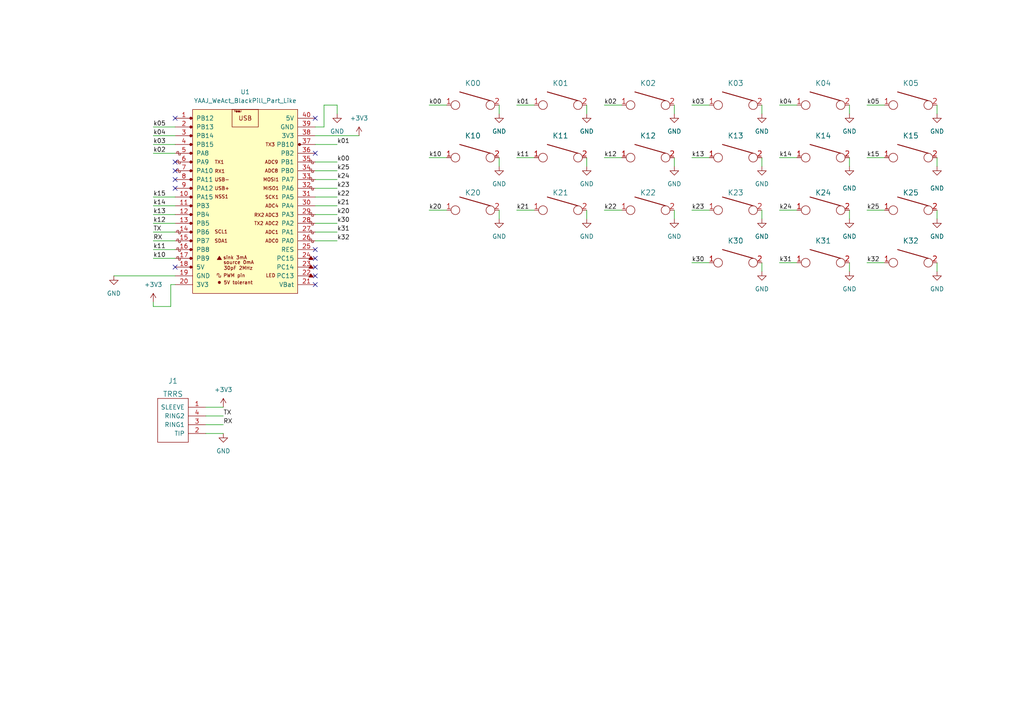
<source format=kicad_sch>
(kicad_sch (version 20211123) (generator eeschema)
  (paper "A4")
  (title_block (rev "rev1.0"))
  (lib_symbols
    (symbol "YAAJ_WeAct_BlackPill_Part_Like:YAAJ_WeAct_BlackPill_Part_Like" (pin_names (offset 1.016))
      (property "Reference" "U" (at -12.7 27.94 0))
      (property "Value" "YAAJ_WeAct_BlackPill_Part_Like" (at 0 2.54 90))
      (symbol "YAAJ_WeAct_BlackPill_Part_Like_0_0"
        (circle (center -15.748 -20.32) (radius 0.3556) (fill (type outline)))
        (circle (center -15.748 -17.78) (radius 0.3556) (fill (type outline)))
        (circle (center -15.748 -15.24) (radius 0.3556) (fill (type outline)))
        (circle (center -15.748 -12.7) (radius 0.3556) (fill (type outline)))
        (circle (center -15.748 -10.16) (radius 0.3556) (fill (type outline)))
        (circle (center -15.748 -7.62) (radius 0.3556) (fill (type outline)))
        (circle (center -15.748 -5.08) (radius 0.3556) (fill (type outline)))
        (circle (center -15.748 -2.54) (radius 0.3556) (fill (type outline)))
        (circle (center -15.748 0) (radius 0.3556) (fill (type outline)))
        (circle (center -15.748 2.54) (radius 0.3556) (fill (type outline)))
        (circle (center -15.748 5.08) (radius 0.3556) (fill (type outline)))
        (circle (center -15.748 7.62) (radius 0.3556) (fill (type outline)))
        (circle (center -15.748 10.16) (radius 0.3556) (fill (type outline)))
        (circle (center -15.748 12.7) (radius 0.3556) (fill (type outline)))
        (circle (center -15.748 15.24) (radius 0.3556) (fill (type outline)))
        (circle (center -15.748 17.78) (radius 0.3556) (fill (type outline)))
        (circle (center -15.748 22.86) (radius 0.3556) (fill (type outline)))
        (circle (center -7.493 -24.765) (radius 0.127) (fill (type outline)))
        (circle (center -7.493 -24.765) (radius 0.254))
        (circle (center -7.493 -24.765) (radius 0.3556))
        (polyline (pts (xy -8.128 -18.161) (xy -7.493 -17.145) (xy -6.858 -18.161) (xy -8.128 -18.161) (xy -7.493 -17.272) (xy -6.985 -18.161) (xy -8.001 -18.034) (xy -7.493 -17.399) (xy -7.112 -18.161) (xy -7.874 -17.907) (xy -7.366 -17.526) (xy -7.239 -18.161) (xy -7.747 -17.78) (xy -7.239 -17.653) (xy -7.366 -18.034) (xy -7.62 -17.78) (xy -7.366 -17.907) (xy -7.493 -17.653)))
        (polyline (pts (xy 18.415 -23.241) (xy 19.05 -22.225) (xy 19.685 -23.241) (xy 18.415 -23.241) (xy 19.05 -22.352) (xy 19.558 -23.241) (xy 18.542 -23.114) (xy 19.05 -22.479) (xy 19.431 -23.241) (xy 18.669 -22.987) (xy 19.177 -22.606) (xy 19.304 -23.241) (xy 18.796 -22.86) (xy 19.304 -22.733) (xy 19.177 -23.114) (xy 18.923 -22.86) (xy 19.177 -22.987) (xy 19.05 -22.733)))
        (polyline (pts (xy 18.415 -20.701) (xy 19.05 -19.685) (xy 19.685 -20.701) (xy 18.415 -20.701) (xy 19.05 -19.812) (xy 19.558 -20.701) (xy 18.542 -20.574) (xy 19.05 -19.939) (xy 19.431 -20.701) (xy 18.669 -20.447) (xy 19.177 -20.066) (xy 19.304 -20.701) (xy 18.796 -20.32) (xy 19.304 -20.193) (xy 19.177 -20.574) (xy 18.923 -20.32) (xy 19.177 -20.447) (xy 19.05 -20.193)))
        (polyline (pts (xy 18.415 -18.161) (xy 19.05 -17.145) (xy 19.685 -18.161) (xy 18.415 -18.161) (xy 19.05 -17.272) (xy 19.558 -18.161) (xy 18.542 -18.034) (xy 19.05 -17.399) (xy 19.431 -18.161) (xy 18.669 -17.907) (xy 19.177 -17.526) (xy 19.304 -18.161) (xy 18.796 -17.78) (xy 19.304 -17.653) (xy 19.177 -18.034) (xy 18.923 -17.78) (xy 19.177 -17.907) (xy 19.05 -17.653)))
        (circle (center 15.748 15.24) (radius 0.254) (fill (type outline)))
        (circle (center 15.748 15.24) (radius 0.3556))
        (text "30pF 2MHz" (at -2.032 -20.574 0) (effects (font (size 0.9906 0.9906))))
        (text "5V tolerant" (at -2.032 -24.765 0) (effects (font (size 0.9906 0.9906))))
        (text "ADC0" (at 7.747 -12.7 0) (effects (font (size 0.9906 0.9906))))
        (text "ADC1" (at 7.747 -10.16 0) (effects (font (size 0.9906 0.9906))))
        (text "ADC2" (at 7.747 -7.62 0) (effects (font (size 0.9906 0.9906))))
        (text "ADC3" (at 7.747 -5.207 0) (effects (font (size 0.9906 0.9906))))
        (text "ADC4" (at 7.747 -2.54 0) (effects (font (size 0.9906 0.9906))))
        (text "ADC8" (at 7.62 7.62 0) (effects (font (size 0.9906 0.9906))))
        (text "ADC9" (at 7.62 10.16 0) (effects (font (size 0.9906 0.9906))))
        (text "LED" (at 7.366 -22.733 0) (effects (font (size 0.9906 0.9906))))
        (text "MISO1" (at 7.493 2.54 0) (effects (font (size 0.9906 0.9906))))
        (text "MOSI1" (at 7.493 5.08 0) (effects (font (size 0.9906 0.9906))))
        (text "NSS1" (at -6.858 0.127 0) (effects (font (size 0.9906 0.9906))))
        (text "PWM pin" (at -3.175 -22.733 0) (effects (font (size 0.9906 0.9906))))
        (text "RX1" (at -7.366 7.493 0) (effects (font (size 0.9906 0.9906))))
        (text "RX2" (at 4.064 -5.207 0) (effects (font (size 0.9906 0.9906))))
        (text "SCK1" (at 7.747 0 0) (effects (font (size 0.9906 0.9906))))
        (text "SCL1" (at -6.985 -10.033 0) (effects (font (size 0.9906 0.9906))))
        (text "SDA1" (at -6.985 -12.7 0) (effects (font (size 0.9906 0.9906))))
        (text "sink 3mA" (at -2.921 -17.526 0) (effects (font (size 0.9906 0.9906))))
        (text "source 0mA" (at -1.905 -18.923 0) (effects (font (size 0.9906 0.9906))))
        (text "TX1" (at -7.493 10.16 0) (effects (font (size 0.9906 0.9906))))
        (text "TX2" (at 3.937 -7.62 0) (effects (font (size 0.9906 0.9906))))
        (text "TX3" (at 7.239 15.24 0) (effects (font (size 0.9906 0.9906))))
        (text "USB" (at 0 22.86 0) (effects (font (size 1.27 1.27))))
        (text "USB+" (at -6.731 2.54 0) (effects (font (size 0.9906 0.9906))))
        (text "USB-" (at -6.731 5.08 0) (effects (font (size 0.9906 0.9906))))
        (text "Y@@J" (at -2.159 24.892 0) (effects (font (size 0.508 0.508))))
      )
      (symbol "YAAJ_WeAct_BlackPill_Part_Like_0_1"
        (rectangle (start -15.24 25.4) (end 15.24 -27.94) (fill (type background)))
        (polyline (pts (xy -18.796 -17.78) (xy -18.796 -18.288) (xy -19.304 -18.288) (xy -19.304 -17.272) (xy -19.812 -17.272) (xy -19.812 -17.78)))
        (polyline (pts (xy -18.796 -15.24) (xy -18.796 -15.748) (xy -19.304 -15.748) (xy -19.304 -14.732) (xy -19.812 -14.732) (xy -19.812 -15.24)))
        (polyline (pts (xy -18.796 -12.7) (xy -18.796 -13.208) (xy -19.304 -13.208) (xy -19.304 -12.192) (xy -19.812 -12.192) (xy -19.812 -12.7)))
        (polyline (pts (xy -18.796 -10.16) (xy -18.796 -10.668) (xy -19.304 -10.668) (xy -19.304 -9.652) (xy -19.812 -9.652) (xy -19.812 -10.16)))
        (polyline (pts (xy -18.796 7.62) (xy -18.796 7.112) (xy -19.304 7.112) (xy -19.304 8.128) (xy -19.812 8.128) (xy -19.812 7.62)))
        (polyline (pts (xy -18.796 10.16) (xy -18.796 9.652) (xy -19.304 9.652) (xy -19.304 10.668) (xy -19.812 10.668) (xy -19.812 10.16)))
        (polyline (pts (xy -18.796 12.7) (xy -18.796 12.192) (xy -19.304 12.192) (xy -19.304 13.208) (xy -19.812 13.208) (xy -19.812 12.7)))
        (polyline (pts (xy -7.112 -22.733) (xy -7.112 -23.241) (xy -7.62 -23.241) (xy -7.62 -22.225) (xy -8.128 -22.225) (xy -8.128 -22.733)))
        (polyline (pts (xy 19.812 -12.7) (xy 19.812 -13.208) (xy 19.304 -13.208) (xy 19.304 -12.192) (xy 18.796 -12.192) (xy 18.796 -12.7)))
        (polyline (pts (xy 19.812 -10.16) (xy 19.812 -10.668) (xy 19.304 -10.668) (xy 19.304 -9.652) (xy 18.796 -9.652) (xy 18.796 -10.16)))
        (polyline (pts (xy 19.812 -7.62) (xy 19.812 -8.128) (xy 19.304 -8.128) (xy 19.304 -7.112) (xy 18.796 -7.112) (xy 18.796 -7.62)))
        (polyline (pts (xy 19.812 -5.08) (xy 19.812 -5.588) (xy 19.304 -5.588) (xy 19.304 -4.572) (xy 18.796 -4.572) (xy 18.796 -5.08)))
        (polyline (pts (xy 19.812 2.54) (xy 19.812 2.032) (xy 19.304 2.032) (xy 19.304 3.048) (xy 18.796 3.048) (xy 18.796 2.54)))
        (polyline (pts (xy 19.812 5.08) (xy 19.812 4.572) (xy 19.304 4.572) (xy 19.304 5.588) (xy 18.796 5.588) (xy 18.796 5.08)))
        (polyline (pts (xy 19.812 7.62) (xy 19.812 7.112) (xy 19.304 7.112) (xy 19.304 8.128) (xy 18.796 8.128) (xy 18.796 7.62)))
        (polyline (pts (xy 19.812 10.16) (xy 19.812 9.652) (xy 19.304 9.652) (xy 19.304 10.668) (xy 18.796 10.668) (xy 18.796 10.16)))
        (rectangle (start 3.81 25.4) (end -3.81 20.32))
      )
      (symbol "YAAJ_WeAct_BlackPill_Part_Like_1_1"
        (circle (center -15.748 20.32) (radius 0.3556) (fill (type outline)))
        (pin bidirectional line (at -20.32 22.86 0) (length 5.08) (name "PB12") (number "1"))
        (pin bidirectional line (at -20.32 0 0) (length 5.08) (name "PA15") (number "10"))
        (pin bidirectional line (at -20.32 -2.54 0) (length 5.08) (name "PB3") (number "11"))
        (pin bidirectional line (at -20.32 -5.08 0) (length 5.08) (name "PB4") (number "12"))
        (pin bidirectional line (at -20.32 -7.62 0) (length 5.08) (name "PB5") (number "13"))
        (pin bidirectional line (at -20.32 -10.16 0) (length 5.08) (name "PB6") (number "14"))
        (pin bidirectional line (at -20.32 -12.7 0) (length 5.08) (name "PB7") (number "15"))
        (pin bidirectional line (at -20.32 -15.24 0) (length 5.08) (name "PB8") (number "16"))
        (pin bidirectional line (at -20.32 -17.78 0) (length 5.08) (name "PB9") (number "17"))
        (pin power_in line (at -20.32 -20.32 0) (length 5.08) (name "5V") (number "18"))
        (pin power_in line (at -20.32 -22.86 0) (length 5.08) (name "GND") (number "19"))
        (pin bidirectional line (at -20.32 20.32 0) (length 5.08) (name "PB13") (number "2"))
        (pin power_in line (at -20.32 -25.4 0) (length 5.08) (name "3V3") (number "20"))
        (pin power_in line (at 20.32 -25.4 180) (length 5.08) (name "VBat") (number "21"))
        (pin bidirectional line (at 20.32 -22.86 180) (length 5.08) (name "PC13") (number "22"))
        (pin bidirectional line (at 20.32 -20.32 180) (length 5.08) (name "PC14") (number "23"))
        (pin bidirectional line (at 20.32 -17.78 180) (length 5.08) (name "PC15") (number "24"))
        (pin input line (at 20.32 -15.24 180) (length 5.08) (name "RES") (number "25"))
        (pin bidirectional line (at 20.32 -12.7 180) (length 5.08) (name "PA0") (number "26"))
        (pin bidirectional line (at 20.32 -10.16 180) (length 5.08) (name "PA1") (number "27"))
        (pin bidirectional line (at 20.32 -7.62 180) (length 5.08) (name "PA2") (number "28"))
        (pin bidirectional line (at 20.32 -5.08 180) (length 5.08) (name "PA3") (number "29"))
        (pin bidirectional line (at -20.32 17.78 0) (length 5.08) (name "PB14") (number "3"))
        (pin bidirectional line (at 20.32 -2.54 180) (length 5.08) (name "PA4") (number "30"))
        (pin bidirectional line (at 20.32 0 180) (length 5.08) (name "PA5") (number "31"))
        (pin bidirectional line (at 20.32 2.54 180) (length 5.08) (name "PA6") (number "32"))
        (pin bidirectional line (at 20.32 5.08 180) (length 5.08) (name "PA7") (number "33"))
        (pin bidirectional line (at 20.32 7.62 180) (length 5.08) (name "PB0") (number "34"))
        (pin bidirectional line (at 20.32 10.16 180) (length 5.08) (name "PB1") (number "35"))
        (pin bidirectional line (at 20.32 12.7 180) (length 5.08) (name "PB2") (number "36"))
        (pin bidirectional line (at 20.32 15.24 180) (length 5.08) (name "PB10") (number "37"))
        (pin power_in line (at 20.32 17.78 180) (length 5.08) (name "3V3") (number "38"))
        (pin power_in line (at 20.32 20.32 180) (length 5.08) (name "GND") (number "39"))
        (pin bidirectional line (at -20.32 15.24 0) (length 5.08) (name "PB15") (number "4"))
        (pin power_in line (at 20.32 22.86 180) (length 5.08) (name "5V") (number "40"))
        (pin bidirectional line (at -20.32 12.7 0) (length 5.08) (name "PA8") (number "5"))
        (pin bidirectional line (at -20.32 10.16 0) (length 5.08) (name "PA9") (number "6"))
        (pin bidirectional line (at -20.32 7.62 0) (length 5.08) (name "PA10") (number "7"))
        (pin bidirectional line (at -20.32 5.08 0) (length 5.08) (name "PA11") (number "8"))
        (pin bidirectional line (at -20.32 2.54 0) (length 5.08) (name "PA12") (number "9"))
      )
    )
    (symbol "keebio:TRRS" (pin_names (offset 1.016))
      (property "Reference" "U" (at 0 15.24 0))
      (property "Value" "TRRS" (at 0 -2.54 0))
      (symbol "TRRS_0_1"
        (rectangle (start -3.81 0) (end -3.81 12.7))
        (rectangle (start -3.81 12.7) (end 5.08 12.7))
        (rectangle (start 5.08 0) (end -3.81 0))
        (rectangle (start 5.08 12.7) (end 5.08 0))
      )
      (symbol "TRRS_1_1"
        (pin input line (at -8.89 2.54 0) (length 5.08) (name "SLEEVE") (number "1"))
        (pin input line (at -8.89 10.16 0) (length 5.08) (name "TIP") (number "2"))
        (pin input line (at -8.89 7.62 0) (length 5.08) (name "RING1") (number "3"))
        (pin input line (at -8.89 5.08 0) (length 5.08) (name "RING2") (number "4"))
      )
    )
    (symbol "keyboard_parts:KEYSW" (pin_names (offset 1.016))
      (property "Reference" "K?" (at -1.27 0 0))
      (symbol "KEYSW_0_1"
        (circle (center -5.08 0) (radius 1.27))
        (polyline (pts (xy -5.08 1.27) (xy 3.81 3.81)) (stroke (width 0.254)))
        (circle (center 5.08 0) (radius 1.27))
      )
      (symbol "KEYSW_1_1"
        (pin passive line (at 7.62 0 180) (length 1.27) (name "~") (number "1"))
        (pin passive line (at -7.62 0 0) (length 1.27) (name "~") (number "2"))
      )
    )
    (symbol "power:+3V3" (power) (pin_names (offset 0))
      (property "Value" "+3V3" (at 0 3.556 0))
      (symbol "+3V3_0_1"
        (polyline (pts (xy -0.762 1.27) (xy 0 2.54)))
        (polyline (pts (xy 0 0) (xy 0 2.54)))
        (polyline (pts (xy 0 2.54) (xy 0.762 1.27)))
      )
      (symbol "+3V3_1_1"
        (pin power_in line (at 0 0 90) (length 0) hide (name "+3V3") (number "1"))
      )
    )
    (symbol "power:GND" (power) (pin_names (offset 0))
      (property "Value" "GND" (at 0 -3.81 0))
      (symbol "GND_0_1"
        (polyline (pts (xy 0 0) (xy 0 -1.27) (xy 1.27 -1.27) (xy 0 -2.54) (xy -1.27 -1.27) (xy 0 -1.27)))
      )
      (symbol "GND_1_1"
        (pin power_in line (at 0 0 270) (length 0) hide (name "GND") (number "1"))
      )
    )
  )
  (no_connect (at 91.44 44.45))
  (no_connect (at 50.8 46.99))
  (no_connect (at 50.8 49.53))
  (no_connect (at 50.8 52.07))
  (no_connect (at 50.8 54.61))
  (no_connect (at 50.8 34.29))
  (no_connect (at 91.44 82.55))
  (no_connect (at 91.44 80.01))
  (no_connect (at 91.44 77.47))
  (no_connect (at 91.44 74.93))
  (no_connect (at 91.44 72.39))
  (no_connect (at 91.44 34.29))
  (no_connect (at 50.8 77.47))
  (wire (pts (xy 149.86 60.96) (xy 154.94 60.96)))
  (wire (pts (xy 44.45 72.39) (xy 50.8 72.39)))
  (wire (pts (xy 91.44 52.07) (xy 97.79 52.07)))
  (wire (pts (xy 200.66 45.72) (xy 205.74 45.72)))
  (wire (pts (xy 44.45 36.83) (xy 50.8 36.83)))
  (wire (pts (xy 251.46 30.48) (xy 256.54 30.48)))
  (wire (pts (xy 124.46 45.72) (xy 129.54 45.72)))
  (wire (pts (xy 200.66 60.96) (xy 205.74 60.96)))
  (wire (pts (xy 149.86 45.72) (xy 154.94 45.72)))
  (wire (pts (xy 49.53 88.9) (xy 49.53 82.55)))
  (wire (pts (xy 44.45 88.9) (xy 49.53 88.9)))
  (wire (pts (xy 44.45 59.69) (xy 50.8 59.69)))
  (wire (pts (xy 91.44 41.91) (xy 97.79 41.91)))
  (wire (pts (xy 175.26 60.96) (xy 180.34 60.96)))
  (wire (pts (xy 44.45 39.37) (xy 50.8 39.37)))
  (wire (pts (xy 251.46 60.96) (xy 256.54 60.96)))
  (wire (pts (xy 195.58 63.5) (xy 195.58 60.96)))
  (wire (pts (xy 144.78 63.5) (xy 144.78 60.96)))
  (wire (pts (xy 246.38 48.26) (xy 246.38 45.72)))
  (wire (pts (xy 220.98 48.26) (xy 220.98 45.72)))
  (wire (pts (xy 144.78 48.26) (xy 144.78 45.72)))
  (wire (pts (xy 91.44 62.23) (xy 97.79 62.23)))
  (wire (pts (xy 93.98 36.83) (xy 93.98 30.48)))
  (wire (pts (xy 175.26 45.72) (xy 180.34 45.72)))
  (wire (pts (xy 246.38 78.74) (xy 246.38 76.2)))
  (wire (pts (xy 59.69 125.73) (xy 64.77 125.73)))
  (wire (pts (xy 44.45 44.45) (xy 50.8 44.45)))
  (wire (pts (xy 271.78 48.26) (xy 271.78 45.72)))
  (wire (pts (xy 91.44 36.83) (xy 93.98 36.83)))
  (wire (pts (xy 200.66 76.2) (xy 205.74 76.2)))
  (wire (pts (xy 44.45 74.93) (xy 50.8 74.93)))
  (wire (pts (xy 91.44 69.85) (xy 97.79 69.85)))
  (wire (pts (xy 91.44 49.53) (xy 97.79 49.53)))
  (wire (pts (xy 226.06 45.72) (xy 231.14 45.72)))
  (wire (pts (xy 200.66 30.48) (xy 205.74 30.48)))
  (wire (pts (xy 220.98 78.74) (xy 220.98 76.2)))
  (wire (pts (xy 44.45 62.23) (xy 50.8 62.23)))
  (wire (pts (xy 97.79 30.48) (xy 97.79 33.02)))
  (wire (pts (xy 271.78 63.5) (xy 271.78 60.96)))
  (wire (pts (xy 124.46 60.96) (xy 129.54 60.96)))
  (wire (pts (xy 144.78 33.02) (xy 144.78 30.48)))
  (wire (pts (xy 195.58 48.26) (xy 195.58 45.72)))
  (wire (pts (xy 170.18 63.5) (xy 170.18 60.96)))
  (wire (pts (xy 59.69 123.19) (xy 64.77 123.19)))
  (wire (pts (xy 246.38 63.5) (xy 246.38 60.96)))
  (wire (pts (xy 91.44 54.61) (xy 97.79 54.61)))
  (wire (pts (xy 44.45 64.77) (xy 50.8 64.77)))
  (wire (pts (xy 226.06 30.48) (xy 231.14 30.48)))
  (wire (pts (xy 124.46 30.48) (xy 129.54 30.48)))
  (wire (pts (xy 93.98 30.48) (xy 97.79 30.48)))
  (wire (pts (xy 91.44 67.31) (xy 97.79 67.31)))
  (wire (pts (xy 59.69 120.65) (xy 64.77 120.65)))
  (wire (pts (xy 170.18 48.26) (xy 170.18 45.72)))
  (wire (pts (xy 91.44 39.37) (xy 104.14 39.37)))
  (wire (pts (xy 175.26 30.48) (xy 180.34 30.48)))
  (wire (pts (xy 44.45 41.91) (xy 50.8 41.91)))
  (wire (pts (xy 91.44 46.99) (xy 97.79 46.99)))
  (wire (pts (xy 91.44 57.15) (xy 97.79 57.15)))
  (wire (pts (xy 59.69 118.11) (xy 64.77 118.11)))
  (wire (pts (xy 91.44 59.69) (xy 97.79 59.69)))
  (wire (pts (xy 33.02 80.01) (xy 50.8 80.01)))
  (wire (pts (xy 195.58 33.02) (xy 195.58 30.48)))
  (wire (pts (xy 251.46 45.72) (xy 256.54 45.72)))
  (wire (pts (xy 226.06 60.96) (xy 231.14 60.96)))
  (wire (pts (xy 170.18 33.02) (xy 170.18 30.48)))
  (wire (pts (xy 226.06 76.2) (xy 231.14 76.2)))
  (wire (pts (xy 271.78 33.02) (xy 271.78 30.48)))
  (wire (pts (xy 246.38 33.02) (xy 246.38 30.48)))
  (wire (pts (xy 251.46 76.2) (xy 256.54 76.2)))
  (wire (pts (xy 49.53 82.55) (xy 50.8 82.55)))
  (wire (pts (xy 91.44 64.77) (xy 97.79 64.77)))
  (wire (pts (xy 44.45 69.85) (xy 50.8 69.85)))
  (wire (pts (xy 220.98 33.02) (xy 220.98 30.48)))
  (wire (pts (xy 149.86 30.48) (xy 154.94 30.48)))
  (wire (pts (xy 44.45 87.63) (xy 44.45 88.9)))
  (wire (pts (xy 44.45 67.31) (xy 50.8 67.31)))
  (wire (pts (xy 271.78 78.74) (xy 271.78 76.2)))
  (wire (pts (xy 44.45 57.15) (xy 50.8 57.15)))
  (wire (pts (xy 220.98 63.5) (xy 220.98 60.96)))
  (label "k20" (at 97.79 62.23 0))
  (label "TX" (at 64.77 120.65 0))
  (label "k01" (at 97.79 41.91 0))
  (label "k03" (at 44.45 41.91 0))
  (label "k30" (at 200.66 76.2 0))
  (label "k02" (at 175.26 30.48 0))
  (label "k05" (at 44.45 36.83 0))
  (label "k04" (at 226.06 30.48 0))
  (label "k30" (at 97.79 64.77 0))
  (label "k11" (at 44.45 72.39 0))
  (label "k00" (at 124.46 30.48 0))
  (label "k10" (at 44.45 74.93 0))
  (label "k03" (at 200.66 30.48 0))
  (label "RX" (at 44.45 69.85 0))
  (label "k15" (at 251.46 45.72 0))
  (label "k23" (at 200.66 60.96 0))
  (label "k32" (at 97.79 69.85 0))
  (label "k25" (at 97.79 49.53 0))
  (label "k24" (at 226.06 60.96 0))
  (label "TX" (at 44.45 67.31 0))
  (label "k05" (at 251.46 30.48 0))
  (label "k22" (at 175.26 60.96 0))
  (label "k12" (at 44.45 64.77 0))
  (label "k01" (at 149.86 30.48 0))
  (label "RX" (at 64.77 123.19 0))
  (label "k10" (at 124.46 45.72 0))
  (label "k00" (at 97.79 46.99 0))
  (label "k21" (at 97.79 59.69 0))
  (label "k31" (at 97.79 67.31 0))
  (label "k32" (at 251.46 76.2 0))
  (label "k15" (at 44.45 57.15 0))
  (label "k14" (at 226.06 45.72 0))
  (label "k12" (at 175.26 45.72 0))
  (label "k04" (at 44.45 39.37 0))
  (label "k11" (at 149.86 45.72 0))
  (label "k22" (at 97.79 57.15 0))
  (label "k02" (at 44.45 44.45 0))
  (label "k13" (at 44.45 62.23 0))
  (label "k24" (at 97.79 52.07 0))
  (label "k31" (at 226.06 76.2 0))
  (label "k13" (at 200.66 45.72 0))
  (label "k14" (at 44.45 59.69 0))
  (label "k21" (at 149.86 60.96 0))
  (label "k25" (at 251.46 60.96 0))
  (label "k23" (at 97.79 54.61 0))
  (label "k20" (at 124.46 60.96 0))
  (symbol (lib_id "keyboard_parts:KEYSW") (at 264.16 76.2 0) (mirror y) (unit 1)
    (property "Reference" "K32" (at 264.16 69.85 0) (effects (font (size 1.524 1.524))))
    (property "Value" "KEYSW" (effects hide))
    (property "Footprint" "keyswitches:SW_PG1350_reversible" (effects hide))
  )
  (symbol (lib_id "power:GND") (at 195.58 48.26 0) (unit 1)
    (property "Reference" "#PWR0104" (effects hide))
    (property "Value" "GND" (at 195.58 53.34 0))
  )
  (symbol (lib_id "keyboard_parts:KEYSW") (at 238.76 60.96 0) (mirror y) (unit 1)
    (property "Reference" "K24" (at 238.76 55.88 0) (effects (font (size 1.524 1.524))))
    (property "Value" "KEYSW" (effects hide))
    (property "Footprint" "keyswitches:SW_PG1350_reversible" (effects hide))
  )
  (symbol (lib_id "power:GND") (at 64.77 125.73 0) (unit 1)
    (property "Reference" "#PWR0126" (effects hide))
    (property "Value" "GND" (at 64.77 130.81 0))
  )
  (symbol (lib_id "keyboard_parts:KEYSW") (at 137.16 30.48 0) (mirror y) (unit 1)
    (property "Reference" "K00" (at 137.16 24.13 0) (effects (font (size 1.524 1.524))))
    (property "Value" "KEYSW" (effects hide))
    (property "Footprint" "keyswitches:SW_PG1350_reversible" (effects hide))
  )
  (symbol (lib_id "keyboard_parts:KEYSW") (at 264.16 45.72 0) (mirror y) (unit 1)
    (property "Reference" "K15" (at 264.16 39.37 0) (effects (font (size 1.524 1.524))))
    (property "Value" "KEYSW" (effects hide))
    (property "Footprint" "keyswitches:SW_PG1350_reversible" (effects hide))
  )
  (symbol (lib_id "power:GND") (at 144.78 48.26 0) (unit 1)
    (property "Reference" "#PWR0107" (effects hide))
    (property "Value" "GND" (at 144.78 53.34 0))
  )
  (symbol (lib_id "power:GND") (at 195.58 63.5 0) (unit 1)
    (property "Reference" "#PWR0105" (effects hide))
    (property "Value" "GND" (at 195.58 68.58 0))
  )
  (symbol (lib_id "keyboard_parts:KEYSW") (at 213.36 30.48 0) (mirror y) (unit 1)
    (property "Reference" "K03" (at 213.36 24.13 0) (effects (font (size 1.524 1.524))))
    (property "Value" "KEYSW" (effects hide))
    (property "Footprint" "keyswitches:SW_PG1350_reversible" (effects hide))
  )
  (symbol (lib_id "power:GND") (at 246.38 63.5 0) (unit 1)
    (property "Reference" "#PWR0121" (effects hide))
    (property "Value" "GND" (at 246.38 68.58 0))
  )
  (symbol (lib_id "keyboard_parts:KEYSW") (at 187.96 30.48 0) (mirror y) (unit 1)
    (property "Reference" "K02" (at 187.96 24.13 0) (effects (font (size 1.524 1.524))))
    (property "Value" "KEYSW" (effects hide))
    (property "Footprint" "keyswitches:SW_PG1350_reversible" (effects hide))
  )
  (symbol (lib_id "keyboard_parts:KEYSW") (at 162.56 45.72 0) (mirror y) (unit 1)
    (property "Reference" "K11" (at 162.56 39.37 0) (effects (font (size 1.524 1.524))))
    (property "Value" "KEYSW" (effects hide))
    (property "Footprint" "keyswitches:SW_PG1350_reversible" (effects hide))
  )
  (symbol (lib_id "keyboard_parts:KEYSW") (at 187.96 60.96 0) (mirror y) (unit 1)
    (property "Reference" "K22" (at 187.96 55.88 0) (effects (font (size 1.524 1.524))))
    (property "Value" "KEYSW" (effects hide))
    (property "Footprint" "keyswitches:SW_PG1350_reversible" (effects hide))
  )
  (symbol (lib_id "power:GND") (at 271.78 33.02 0) (unit 1)
    (property "Reference" "#PWR0115" (effects hide))
    (property "Value" "GND" (at 271.78 38.1 0))
  )
  (symbol (lib_id "power:GND") (at 271.78 63.5 0) (unit 1)
    (property "Reference" "#PWR0118" (effects hide))
    (property "Value" "GND" (at 271.78 68.58 0))
  )
  (symbol (lib_id "power:GND") (at 271.78 78.74 0) (unit 1)
    (property "Reference" "#PWR0117" (effects hide))
    (property "Value" "GND" (at 271.78 83.82 0))
  )
  (symbol (lib_id "YAAJ_WeAct_BlackPill_Part_Like:YAAJ_WeAct_BlackPill_Part_Like") (at 71.12 57.15 0) (unit 1)
    (property "Reference" "U1" (at 71.12 26.67 0))
    (property "Value" "YAAJ_WeAct_BlackPill_Part_Like" (at 71.12 29.21 0))
    (property "Footprint" "Footprints:YAAJ_WeAct_BlackPill_2" (effects hide))
  )
  (symbol (lib_id "power:GND") (at 246.38 48.26 0) (unit 1)
    (property "Reference" "#PWR0119" (effects hide))
    (property "Value" "GND" (at 246.38 54.61 0))
  )
  (symbol (lib_id "power:GND") (at 170.18 63.5 0) (unit 1)
    (property "Reference" "#PWR0101" (effects hide))
    (property "Value" "GND" (at 170.18 68.58 0))
  )
  (symbol (lib_id "keyboard_parts:KEYSW") (at 238.76 30.48 0) (mirror y) (unit 1)
    (property "Reference" "K04" (at 238.76 24.13 0) (effects (font (size 1.524 1.524))))
    (property "Value" "KEYSW" (effects hide))
    (property "Footprint" "keyswitches:SW_PG1350_reversible" (effects hide))
  )
  (symbol (lib_id "power:GND") (at 246.38 78.74 0) (unit 1)
    (property "Reference" "#PWR0120" (effects hide))
    (property "Value" "GND" (at 246.38 83.82 0))
  )
  (symbol (lib_id "power:+3V3") (at 64.77 118.11 0) (unit 1)
    (property "Reference" "#PWR?" (effects hide))
    (property "Value" "+3V3" (at 64.77 113.03 0))
  )
  (symbol (lib_id "keyboard_parts:KEYSW") (at 213.36 76.2 0) (mirror y) (unit 1)
    (property "Reference" "K30" (at 213.36 69.85 0) (effects (font (size 1.524 1.524))))
    (property "Value" "KEYSW" (effects hide))
    (property "Footprint" "keyswitches:SW_PG1350_reversible" (effects hide))
  )
  (symbol (lib_id "power:GND") (at 246.38 33.02 0) (unit 1)
    (property "Reference" "#PWR0112" (effects hide))
    (property "Value" "GND" (at 246.38 38.1 0))
  )
  (symbol (lib_id "keebio:TRRS") (at 50.8 115.57 180) (unit 1)
    (property "Reference" "J1" (at 50.165 110.49 0) (effects (font (size 1.524 1.524))))
    (property "Value" "TRRS" (at 50.165 114.3 0) (effects (font (size 1.524 1.524))))
    (property "Footprint" "Keebio-Parts:TRRS-PJ-320A" (effects hide))
  )
  (symbol (lib_id "keyboard_parts:KEYSW") (at 137.16 60.96 0) (mirror y) (unit 1)
    (property "Reference" "K20" (at 137.16 55.88 0) (effects (font (size 1.524 1.524))))
    (property "Value" "KEYSW" (effects hide))
    (property "Footprint" "keyswitches:SW_PG1350_reversible" (effects hide))
  )
  (symbol (lib_id "power:GND") (at 271.78 48.26 0) (unit 1)
    (property "Reference" "#PWR0116" (effects hide))
    (property "Value" "GND" (at 271.78 54.61 0))
  )
  (symbol (lib_id "keyboard_parts:KEYSW") (at 213.36 60.96 0) (mirror y) (unit 1)
    (property "Reference" "K23" (at 213.36 55.88 0) (effects (font (size 1.524 1.524))))
    (property "Value" "KEYSW" (effects hide))
    (property "Footprint" "keyswitches:SW_PG1350_reversible" (effects hide))
  )
  (symbol (lib_id "keyboard_parts:KEYSW") (at 137.16 45.72 0) (mirror y) (unit 1)
    (property "Reference" "K10" (at 137.16 39.37 0) (effects (font (size 1.524 1.524))))
    (property "Value" "KEYSW" (effects hide))
    (property "Footprint" "keyswitches:SW_PG1350_reversible" (effects hide))
  )
  (symbol (lib_id "keyboard_parts:KEYSW") (at 162.56 30.48 0) (mirror y) (unit 1)
    (property "Reference" "K01" (at 162.56 24.13 0) (effects (font (size 1.524 1.524))))
    (property "Value" "KEYSW" (effects hide))
    (property "Footprint" "keyswitches:SW_PG1350_reversible" (effects hide))
  )
  (symbol (lib_id "keyboard_parts:KEYSW") (at 264.16 60.96 0) (mirror y) (unit 1)
    (property "Reference" "K25" (at 264.16 55.88 0) (effects (font (size 1.524 1.524))))
    (property "Value" "KEYSW" (effects hide))
    (property "Footprint" "keyswitches:SW_PG1350_reversible" (effects hide))
  )
  (symbol (lib_id "keyboard_parts:KEYSW") (at 238.76 76.2 0) (mirror y) (unit 1)
    (property "Reference" "K31" (at 238.76 69.85 0) (effects (font (size 1.524 1.524))))
    (property "Value" "KEYSW" (effects hide))
    (property "Footprint" "keyswitches:SW_PG1350_reversible" (effects hide))
  )
  (symbol (lib_id "power:GND") (at 220.98 33.02 0) (unit 1)
    (property "Reference" "#PWR0123" (effects hide))
    (property "Value" "GND" (at 220.98 38.1 0))
  )
  (symbol (lib_id "keyboard_parts:KEYSW") (at 238.76 45.72 0) (mirror y) (unit 1)
    (property "Reference" "K14" (at 238.76 39.37 0) (effects (font (size 1.524 1.524))))
    (property "Value" "KEYSW" (effects hide))
    (property "Footprint" "keyswitches:SW_PG1350_reversible" (effects hide))
  )
  (symbol (lib_id "power:+3V3") (at 44.45 87.63 0) (unit 1)
    (property "Reference" "#PWR?" (effects hide))
    (property "Value" "+3V3" (at 44.45 82.55 0))
  )
  (symbol (lib_id "power:GND") (at 144.78 33.02 0) (unit 1)
    (property "Reference" "#PWR0109" (effects hide))
    (property "Value" "GND" (at 144.78 38.1 0))
  )
  (symbol (lib_id "power:GND") (at 33.02 80.01 0) (unit 1)
    (property "Reference" "#PWR0124" (effects hide))
    (property "Value" "GND" (at 33.02 85.09 0))
  )
  (symbol (lib_id "keyboard_parts:KEYSW") (at 213.36 45.72 0) (mirror y) (unit 1)
    (property "Reference" "K13" (at 213.36 39.37 0) (effects (font (size 1.524 1.524))))
    (property "Value" "KEYSW" (effects hide))
    (property "Footprint" "keyswitches:SW_PG1350_reversible" (effects hide))
  )
  (symbol (lib_id "power:+3V3") (at 104.14 39.37 0) (unit 1)
    (property "Reference" "#PWR?" (effects hide))
    (property "Value" "+3V3" (at 104.14 34.29 0))
  )
  (symbol (lib_id "power:GND") (at 195.58 33.02 0) (unit 1)
    (property "Reference" "#PWR0103" (effects hide))
    (property "Value" "GND" (at 195.58 38.1 0))
  )
  (symbol (lib_id "power:GND") (at 220.98 48.26 0) (unit 1)
    (property "Reference" "#PWR0122" (effects hide))
    (property "Value" "GND" (at 220.98 53.34 0))
  )
  (symbol (lib_id "keyboard_parts:KEYSW") (at 162.56 60.96 0) (mirror y) (unit 1)
    (property "Reference" "K21" (at 162.56 55.88 0) (effects (font (size 1.524 1.524))))
    (property "Value" "KEYSW" (effects hide))
    (property "Footprint" "keyswitches:SW_PG1350_reversible" (effects hide))
  )
  (symbol (lib_id "keyboard_parts:KEYSW") (at 187.96 45.72 0) (mirror y) (unit 1)
    (property "Reference" "K12" (at 187.96 39.37 0) (effects (font (size 1.524 1.524))))
    (property "Value" "KEYSW" (effects hide))
    (property "Footprint" "keyswitches:SW_PG1350_reversible" (effects hide))
  )
  (symbol (lib_id "power:GND") (at 220.98 78.74 0) (unit 1)
    (property "Reference" "#PWR0113" (effects hide))
    (property "Value" "GND" (at 220.98 83.82 0))
  )
  (symbol (lib_id "power:GND") (at 170.18 33.02 0) (unit 1)
    (property "Reference" "#PWR0106" (effects hide))
    (property "Value" "GND" (at 170.18 38.1 0))
  )
  (symbol (lib_id "power:GND") (at 170.18 48.26 0) (unit 1)
    (property "Reference" "#PWR0102" (effects hide))
    (property "Value" "GND" (at 170.18 53.34 0))
  )
  (symbol (lib_id "power:GND") (at 220.98 63.5 0) (unit 1)
    (property "Reference" "#PWR0114" (effects hide))
    (property "Value" "GND" (at 220.98 68.58 0))
  )
  (symbol (lib_id "power:GND") (at 144.78 63.5 0) (unit 1)
    (property "Reference" "#PWR0108" (effects hide))
    (property "Value" "GND" (at 144.78 68.58 0))
  )
  (symbol (lib_id "power:GND") (at 97.79 33.02 0) (unit 1)
    (property "Reference" "#PWR0110" (effects hide))
    (property "Value" "GND" (at 97.79 38.1 0))
  )
  (symbol (lib_id "keyboard_parts:KEYSW") (at 264.16 30.48 0) (mirror y) (unit 1)
    (property "Reference" "K05" (at 264.16 24.13 0) (effects (font (size 1.524 1.524))))
    (property "Value" "KEYSW" (effects hide))
    (property "Footprint" "keyswitches:SW_PG1350_reversible" (effects hide))
  )
)
</source>
